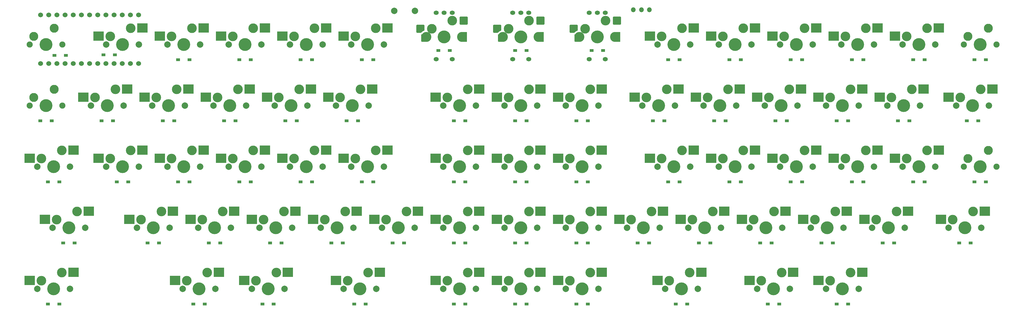
<source format=gbr>
G04 #@! TF.GenerationSoftware,KiCad,Pcbnew,(6.0.11-0)*
G04 #@! TF.CreationDate,2023-10-02T19:13:40+09:00*
G04 #@! TF.ProjectId,clavis,636c6176-6973-42e6-9b69-6361645f7063,rev?*
G04 #@! TF.SameCoordinates,Original*
G04 #@! TF.FileFunction,Soldermask,Bot*
G04 #@! TF.FilePolarity,Negative*
%FSLAX46Y46*%
G04 Gerber Fmt 4.6, Leading zero omitted, Abs format (unit mm)*
G04 Created by KiCad (PCBNEW (6.0.11-0)) date 2023-10-02 19:13:40*
%MOMM*%
%LPD*%
G01*
G04 APERTURE LIST*
G04 Aperture macros list*
%AMRoundRect*
0 Rectangle with rounded corners*
0 $1 Rounding radius*
0 $2 $3 $4 $5 $6 $7 $8 $9 X,Y pos of 4 corners*
0 Add a 4 corners polygon primitive as box body*
4,1,4,$2,$3,$4,$5,$6,$7,$8,$9,$2,$3,0*
0 Add four circle primitives for the rounded corners*
1,1,$1+$1,$2,$3*
1,1,$1+$1,$4,$5*
1,1,$1+$1,$6,$7*
1,1,$1+$1,$8,$9*
0 Add four rect primitives between the rounded corners*
20,1,$1+$1,$2,$3,$4,$5,0*
20,1,$1+$1,$4,$5,$6,$7,0*
20,1,$1+$1,$6,$7,$8,$9,0*
20,1,$1+$1,$8,$9,$2,$3,0*%
%AMFreePoly0*
4,1,22,1.150000,1.217000,1.242000,1.125000,1.275000,1.000000,1.275000,-0.378000,1.255000,-0.477000,1.196000,-0.560000,1.110000,-0.613000,0.807000,-0.752000,0.530000,-0.939000,0.287000,-1.167000,0.203000,-1.228000,0.102000,-1.250000,-1.025000,-1.250000,-1.150000,-1.217000,-1.242000,-1.125000,-1.275000,-1.000000,-1.275000,1.000000,-1.242000,1.125000,-1.150000,1.217000,-1.025000,1.250000,
1.025000,1.250000,1.150000,1.217000,1.150000,1.217000,$1*%
G04 Aperture macros list end*
%ADD10C,2.000000*%
%ADD11C,4.000000*%
%ADD12C,3.000000*%
%ADD13R,3.300000X3.000000*%
%ADD14C,1.900000*%
%ADD15C,2.800000*%
%ADD16R,1.300000X0.950000*%
%ADD17O,1.500000X1.500000*%
%ADD18O,1.600000X1.300000*%
%ADD19RoundRect,0.249600X-0.550400X-1.300400X0.550400X-1.300400X0.550400X1.300400X-0.550400X1.300400X0*%
%ADD20C,3.100000*%
%ADD21RoundRect,0.249600X-0.550400X-0.900400X0.550400X-0.900400X0.550400X0.900400X-0.550400X0.900400X0*%
%ADD22RoundRect,0.250000X-1.025000X-1.000000X1.025000X-1.000000X1.025000X1.000000X-1.025000X1.000000X0*%
%ADD23FreePoly0,0.000000*%
%ADD24C,1.524000*%
G04 APERTURE END LIST*
D10*
X44926300Y-69056200D03*
X55086300Y-69056200D03*
D11*
X50006300Y-69056200D03*
D12*
X46196300Y-66516200D03*
X52546300Y-63976200D03*
D13*
X42556300Y-66476200D03*
X56156300Y-63936200D03*
D10*
X74136300Y-30956200D03*
X63976300Y-30956200D03*
D12*
X71596300Y-25876200D03*
D11*
X69056300Y-30956200D03*
D12*
X65246300Y-28416200D03*
D13*
X61606300Y-28376200D03*
X75206300Y-25836200D03*
D10*
X33655000Y-69056200D03*
D11*
X28575000Y-69056200D03*
D12*
X24765000Y-66516200D03*
D10*
X23495000Y-69056200D03*
D12*
X31115000Y-63976200D03*
D13*
X21125000Y-66476200D03*
X34725000Y-63936200D03*
D11*
X26193800Y-50006200D03*
D14*
X31273800Y-50006200D03*
X21113800Y-50006200D03*
D15*
X22383800Y-47466200D03*
X28733800Y-44926200D03*
D10*
X38417500Y-88106200D03*
D12*
X35877500Y-83026200D03*
X29527500Y-85566200D03*
D11*
X33337500Y-88106200D03*
D10*
X28257500Y-88106200D03*
D13*
X25887500Y-85526200D03*
X39487500Y-82986200D03*
D10*
X78898800Y-107156200D03*
D11*
X73818800Y-107156200D03*
D12*
X76358800Y-102076200D03*
D10*
X68738800Y-107156200D03*
D12*
X70008800Y-104616200D03*
D13*
X66368800Y-104576200D03*
X79968800Y-102036200D03*
D12*
X62071300Y-83026200D03*
D10*
X54451300Y-88106200D03*
D12*
X55721300Y-85566200D03*
D11*
X59531300Y-88106200D03*
D10*
X64611300Y-88106200D03*
D13*
X52081300Y-85526200D03*
X65681300Y-82986200D03*
D10*
X69373800Y-50006200D03*
D11*
X64293800Y-50006200D03*
D12*
X66833800Y-44926200D03*
D10*
X59213800Y-50006200D03*
D12*
X60483800Y-47466200D03*
D13*
X56843800Y-47426200D03*
X70443800Y-44886200D03*
D10*
X83026300Y-30956200D03*
D12*
X84296300Y-28416200D03*
D11*
X88106300Y-30956200D03*
D12*
X90646300Y-25876200D03*
D10*
X93186300Y-30956200D03*
D13*
X80656300Y-28376200D03*
X94256300Y-25836200D03*
D10*
X63976300Y-69056200D03*
D12*
X71596300Y-63976200D03*
X65246300Y-66516200D03*
D10*
X74136300Y-69056200D03*
D11*
X69056300Y-69056200D03*
D13*
X61606300Y-66476200D03*
X75206300Y-63936200D03*
D10*
X83661300Y-88106200D03*
X73501300Y-88106200D03*
D12*
X74771300Y-85566200D03*
D11*
X78581300Y-88106200D03*
D12*
X81121300Y-83026200D03*
D13*
X71131300Y-85526200D03*
X84731300Y-82986200D03*
D12*
X85883800Y-44926200D03*
D10*
X88423800Y-50006200D03*
D12*
X79533800Y-47466200D03*
D10*
X78263800Y-50006200D03*
D11*
X83343800Y-50006200D03*
D13*
X75893800Y-47426200D03*
X89493800Y-44886200D03*
D10*
X92551300Y-88106200D03*
X102711300Y-88106200D03*
D12*
X100171300Y-83026200D03*
D11*
X97631300Y-88106200D03*
D12*
X93821300Y-85566200D03*
D13*
X90181300Y-85526200D03*
X103781300Y-82986200D03*
D10*
X112236300Y-30956200D03*
D12*
X103346300Y-28416200D03*
X109696300Y-25876200D03*
D10*
X102076300Y-30956200D03*
D11*
X107156300Y-30956200D03*
D13*
X99706300Y-28376200D03*
X113306300Y-25836200D03*
D11*
X88106300Y-69056200D03*
D12*
X90646300Y-63976200D03*
D10*
X93186300Y-69056200D03*
X83026300Y-69056200D03*
D12*
X84296300Y-66516200D03*
D13*
X80656300Y-66476200D03*
X94256300Y-63936200D03*
D10*
X97313800Y-50006200D03*
D11*
X102393800Y-50006200D03*
D10*
X107473800Y-50006200D03*
D12*
X98583800Y-47466200D03*
X104933800Y-44926200D03*
D13*
X94943800Y-47426200D03*
X108543800Y-44886200D03*
D11*
X126206300Y-30956200D03*
D12*
X128746300Y-25876200D03*
D10*
X121126300Y-30956200D03*
D12*
X122396300Y-28416200D03*
D10*
X131286300Y-30956200D03*
D13*
X118756300Y-28376200D03*
X132356300Y-25836200D03*
D10*
X149701300Y-88106200D03*
D12*
X157321300Y-83026200D03*
X150971300Y-85566200D03*
D10*
X159861300Y-88106200D03*
D11*
X154781300Y-88106200D03*
D13*
X147331300Y-85526200D03*
X160931300Y-82986200D03*
D10*
X112236300Y-69056200D03*
D11*
X107156300Y-69056200D03*
D12*
X109696300Y-63976200D03*
D10*
X102076300Y-69056200D03*
D12*
X103346300Y-66516200D03*
D13*
X99706300Y-66476200D03*
X113306300Y-63936200D03*
D12*
X123983800Y-44926200D03*
X117633800Y-47466200D03*
D10*
X126523800Y-50006200D03*
X116363800Y-50006200D03*
D11*
X121443800Y-50006200D03*
D13*
X113993800Y-47426200D03*
X127593800Y-44886200D03*
D10*
X130651300Y-88106200D03*
X140811300Y-88106200D03*
D12*
X138271300Y-83026200D03*
X131921300Y-85566200D03*
D11*
X135731300Y-88106200D03*
D13*
X128281300Y-85526200D03*
X141881300Y-82986200D03*
D10*
X159861300Y-50006200D03*
D12*
X150971300Y-47466200D03*
X157321300Y-44926200D03*
D10*
X149701300Y-50006200D03*
D11*
X154781300Y-50006200D03*
D13*
X147331300Y-47426200D03*
X160931300Y-44886200D03*
D10*
X159861300Y-69056200D03*
D12*
X157321300Y-63976200D03*
D11*
X154781300Y-69056200D03*
D12*
X150971300Y-66516200D03*
D10*
X149701300Y-69056200D03*
D13*
X147331300Y-66476200D03*
X160931300Y-63936200D03*
D11*
X116681300Y-88106200D03*
D10*
X111601300Y-88106200D03*
X121761300Y-88106200D03*
D12*
X112871300Y-85566200D03*
X119221300Y-83026200D03*
D13*
X109231300Y-85526200D03*
X122831300Y-82986200D03*
D12*
X128746300Y-63976200D03*
D11*
X126206300Y-69056200D03*
D10*
X131286300Y-69056200D03*
X121126300Y-69056200D03*
D12*
X122396300Y-66516200D03*
D13*
X118756300Y-66476200D03*
X132356300Y-63936200D03*
D12*
X189071300Y-66516200D03*
X195421300Y-63976200D03*
D10*
X197961300Y-69056200D03*
D11*
X192881300Y-69056200D03*
D10*
X187801300Y-69056200D03*
D13*
X185431300Y-66476200D03*
X199031300Y-63936200D03*
D12*
X176371300Y-83026200D03*
D11*
X173831300Y-88106200D03*
D10*
X168751300Y-88106200D03*
D12*
X170021300Y-85566200D03*
D10*
X178911300Y-88106200D03*
D13*
X166381300Y-85526200D03*
X179981300Y-82986200D03*
D11*
X240506300Y-30956200D03*
D12*
X243046300Y-25876200D03*
D10*
X235426300Y-30956200D03*
X245586300Y-30956200D03*
D12*
X236696300Y-28416200D03*
D13*
X233056300Y-28376200D03*
X246656300Y-25836200D03*
D12*
X262096300Y-63976200D03*
X255746300Y-66516200D03*
D10*
X264636300Y-69056200D03*
X254476300Y-69056200D03*
D11*
X259556300Y-69056200D03*
D13*
X252106300Y-66476200D03*
X265706300Y-63936200D03*
D11*
X173831300Y-69056200D03*
D12*
X176371300Y-63976200D03*
X170021300Y-66516200D03*
D10*
X178911300Y-69056200D03*
X168751300Y-69056200D03*
D13*
X166381300Y-66476200D03*
X179981300Y-63936200D03*
D12*
X274796300Y-28416200D03*
D10*
X273526300Y-30956200D03*
D11*
X278606300Y-30956200D03*
D12*
X281146300Y-25876200D03*
D10*
X283686300Y-30956200D03*
D13*
X271156300Y-28376200D03*
X284756300Y-25836200D03*
D11*
X192881300Y-88106200D03*
D10*
X187801300Y-88106200D03*
D12*
X189071300Y-85566200D03*
D10*
X197961300Y-88106200D03*
D12*
X195421300Y-83026200D03*
D13*
X185431300Y-85526200D03*
X199031300Y-82986200D03*
D12*
X176371300Y-44926200D03*
D11*
X173831300Y-50006200D03*
D12*
X170021300Y-47466200D03*
D10*
X178911300Y-50006200D03*
X168751300Y-50006200D03*
D13*
X166381300Y-47426200D03*
X179981300Y-44886200D03*
D11*
X269081300Y-88106200D03*
D10*
X274161300Y-88106200D03*
X264001300Y-88106200D03*
D12*
X271621300Y-83026200D03*
X265271300Y-85566200D03*
D13*
X261631300Y-85526200D03*
X275231300Y-82986200D03*
D10*
X197961300Y-50006200D03*
D12*
X189071300Y-47466200D03*
X195421300Y-44926200D03*
D11*
X192881300Y-50006200D03*
D10*
X187801300Y-50006200D03*
D13*
X185431300Y-47426200D03*
X199031300Y-44886200D03*
D11*
X311943800Y-88106200D03*
D10*
X306863800Y-88106200D03*
X317023800Y-88106200D03*
D12*
X308133800Y-85566200D03*
X314483800Y-83026200D03*
D13*
X304493800Y-85526200D03*
X318093800Y-82986200D03*
D12*
X270033800Y-47466200D03*
D10*
X268763800Y-50006200D03*
D11*
X273843800Y-50006200D03*
D12*
X276383800Y-44926200D03*
D10*
X278923800Y-50006200D03*
D13*
X266393800Y-47426200D03*
X279993800Y-44886200D03*
D12*
X300196300Y-25876200D03*
D10*
X292576300Y-30956200D03*
X302736300Y-30956200D03*
D11*
X297656300Y-30956200D03*
D12*
X293846300Y-28416200D03*
D13*
X290206300Y-28376200D03*
X303806300Y-25836200D03*
D12*
X281146300Y-63976200D03*
D10*
X283686300Y-69056200D03*
X273526300Y-69056200D03*
D11*
X278606300Y-69056200D03*
D12*
X274796300Y-66516200D03*
D13*
X271156300Y-66476200D03*
X284756300Y-63936200D03*
D12*
X284321300Y-85566200D03*
D10*
X283051300Y-88106200D03*
D12*
X290671300Y-83026200D03*
D11*
X288131300Y-88106200D03*
D10*
X293211300Y-88106200D03*
D13*
X280681300Y-85526200D03*
X294281300Y-82986200D03*
D14*
X321786300Y-69056200D03*
D11*
X316706300Y-69056200D03*
D14*
X311626300Y-69056200D03*
D15*
X312896300Y-66516200D03*
X319246300Y-63976200D03*
D12*
X300196300Y-63976200D03*
D10*
X302736300Y-69056200D03*
D11*
X297656300Y-69056200D03*
D12*
X293846300Y-66516200D03*
D10*
X292576300Y-69056200D03*
D13*
X290206300Y-66476200D03*
X303806300Y-63936200D03*
D12*
X289083800Y-47466200D03*
D10*
X297973800Y-50006200D03*
D11*
X292893800Y-50006200D03*
D10*
X287813800Y-50006200D03*
D12*
X295433800Y-44926200D03*
D13*
X285443800Y-47426200D03*
X299043800Y-44886200D03*
D10*
X259873800Y-50006200D03*
D12*
X257333800Y-44926200D03*
D10*
X249713800Y-50006200D03*
D11*
X254793800Y-50006200D03*
D12*
X250983800Y-47466200D03*
D13*
X247343800Y-47426200D03*
X260943800Y-44886200D03*
D11*
X211931300Y-88106200D03*
D12*
X214471300Y-83026200D03*
D10*
X217011300Y-88106200D03*
X206851300Y-88106200D03*
D12*
X208121300Y-85566200D03*
D13*
X204481300Y-85526200D03*
X218081300Y-82986200D03*
D10*
X319405000Y-50006250D03*
D12*
X316865000Y-44926250D03*
D10*
X309245000Y-50006250D03*
D12*
X310515000Y-47466250D03*
D11*
X314325000Y-50006250D03*
D13*
X306875000Y-47426250D03*
X320475000Y-44886250D03*
D12*
X157321300Y-102076200D03*
D11*
X154781300Y-107156200D03*
D12*
X150971300Y-104616200D03*
D10*
X149701300Y-107156200D03*
X159861300Y-107156200D03*
D13*
X147331300Y-104576200D03*
X160931300Y-102036200D03*
D10*
X168751300Y-107156200D03*
D12*
X176371300Y-102076200D03*
D11*
X173831300Y-107156200D03*
D10*
X178911300Y-107156200D03*
D12*
X170021300Y-104616200D03*
D13*
X166381300Y-104576200D03*
X179981300Y-102036200D03*
D12*
X195421300Y-102076200D03*
D10*
X197961300Y-107156200D03*
D12*
X189071300Y-104616200D03*
D11*
X192881300Y-107156200D03*
D10*
X187801300Y-107156200D03*
D13*
X185431300Y-104576200D03*
X199031300Y-102036200D03*
D16*
X81568800Y-54768700D03*
X85118800Y-54768700D03*
X105381300Y-35718700D03*
X108931300Y-35718700D03*
X114906300Y-92868700D03*
X118456300Y-92868700D03*
X119668800Y-54768700D03*
X123218800Y-54768700D03*
X280381300Y-73818700D03*
X276831300Y-73818700D03*
X313718800Y-92868700D03*
X310168800Y-92868700D03*
X95856300Y-92868700D03*
X99406300Y-92868700D03*
X172056300Y-92868700D03*
X175606300Y-92868700D03*
X124431300Y-35718700D03*
X127981300Y-35718700D03*
D14*
X21113800Y-30956200D03*
X31273800Y-30956200D03*
D11*
X26193800Y-30956200D03*
D15*
X22383800Y-28416200D03*
X28733800Y-25876200D03*
D16*
X148243800Y-32858000D03*
X151793800Y-32858000D03*
D10*
X264636300Y-30956200D03*
D11*
X259556300Y-30956200D03*
D12*
X262096300Y-25876200D03*
D10*
X254476300Y-30956200D03*
D12*
X255746300Y-28416200D03*
D13*
X252106300Y-28376200D03*
X265706300Y-25836200D03*
D17*
X211364000Y-20140200D03*
X213864000Y-20140200D03*
X208864000Y-20140200D03*
D16*
X86331300Y-73818700D03*
X89881300Y-73818700D03*
X26800000Y-73818700D03*
X30350000Y-73818700D03*
X31562500Y-92868700D03*
X35112500Y-92868700D03*
X270856300Y-92868700D03*
X267306300Y-92868700D03*
X194656300Y-92868700D03*
X191106300Y-92868700D03*
X100618800Y-54768700D03*
X104168800Y-54768700D03*
X172056300Y-111918700D03*
X175606300Y-111918700D03*
D11*
X250031300Y-88106200D03*
D12*
X246221300Y-85566200D03*
D10*
X244951300Y-88106200D03*
X255111300Y-88106200D03*
D12*
X252571300Y-83026200D03*
D13*
X242581300Y-85526200D03*
X256181300Y-82986200D03*
D16*
X242281300Y-73818700D03*
X238731300Y-73818700D03*
D10*
X225901300Y-88106200D03*
D12*
X227171300Y-85566200D03*
D11*
X230981300Y-88106200D03*
D12*
X233521300Y-83026200D03*
D10*
X236061300Y-88106200D03*
D13*
X223531300Y-85526200D03*
X237131300Y-82986200D03*
D16*
X122050000Y-111918700D03*
X125600000Y-111918700D03*
X237518800Y-54768700D03*
X233968800Y-54768700D03*
X218468800Y-54768700D03*
X214918800Y-54768700D03*
D11*
X197643800Y-28575000D03*
D12*
X200183800Y-23495000D03*
X193833800Y-26035000D03*
D18*
X200143800Y-21075000D03*
X195143800Y-21075000D03*
X197643800Y-21075000D03*
D19*
X203993800Y-28575000D03*
D20*
X203193800Y-28575000D03*
X192093800Y-28575000D03*
D21*
X191293800Y-28975000D03*
D18*
X200143800Y-35575000D03*
D22*
X203733800Y-23495000D03*
D18*
X195143800Y-35575000D03*
D23*
X190283800Y-26035000D03*
D16*
X67281300Y-35718700D03*
X70831300Y-35718700D03*
X280381300Y-35718700D03*
X276831300Y-35718700D03*
D11*
X50006300Y-30956200D03*
D10*
X44926300Y-30956200D03*
X55086300Y-30956200D03*
D12*
X46196300Y-28416200D03*
X52546300Y-25876200D03*
D13*
X42556300Y-28376200D03*
X56156300Y-25836200D03*
D16*
X299431300Y-35718700D03*
X295881300Y-35718700D03*
D12*
X152558800Y-23495000D03*
X146208800Y-26035000D03*
D11*
X150018800Y-28575000D03*
D18*
X152518800Y-21075000D03*
X147518800Y-21075000D03*
X150018800Y-21075000D03*
D21*
X143668800Y-28975000D03*
D20*
X144468800Y-28575000D03*
D19*
X156368800Y-28575000D03*
D20*
X155568800Y-28575000D03*
D18*
X152518800Y-35575000D03*
D22*
X156108800Y-23495000D03*
D18*
X147518800Y-35575000D03*
D23*
X142658800Y-26035000D03*
D16*
X175606300Y-32846700D03*
X172056300Y-32846700D03*
D12*
X276383800Y-102076200D03*
D10*
X268763800Y-107156200D03*
D12*
X270033800Y-104616200D03*
D10*
X278923800Y-107156200D03*
D11*
X273843800Y-107156200D03*
D13*
X266393800Y-104576200D03*
X279993800Y-102036200D03*
D16*
X275618800Y-111918700D03*
X272068800Y-111918700D03*
X175606300Y-73818700D03*
X172056300Y-73818700D03*
X105381300Y-73818700D03*
X108931300Y-73818700D03*
D12*
X217646300Y-28416200D03*
D11*
X221456300Y-30956200D03*
D10*
X226536300Y-30956200D03*
X216376300Y-30956200D03*
D12*
X223996300Y-25876200D03*
D13*
X214006300Y-28376200D03*
X227606300Y-25836200D03*
D16*
X261331300Y-73818700D03*
X257781300Y-73818700D03*
X153006300Y-111918700D03*
X156556300Y-111918700D03*
X62518800Y-54768700D03*
X66068800Y-54768700D03*
D11*
X316706300Y-30956200D03*
D14*
X321786300Y-30956200D03*
X311626300Y-30956200D03*
D15*
X312896300Y-28416200D03*
X319246300Y-25876200D03*
D16*
X261331300Y-35718700D03*
X257781300Y-35718700D03*
X26800000Y-111918700D03*
X30350000Y-111918700D03*
X124431300Y-73818700D03*
X127981300Y-73818700D03*
X256568800Y-54768700D03*
X253018800Y-54768700D03*
X133956300Y-92868700D03*
X137506300Y-92868700D03*
X318481300Y-73818700D03*
X314931300Y-73818700D03*
D12*
X220027500Y-104616200D03*
X226377500Y-102076200D03*
D10*
X218757500Y-107156200D03*
X228917500Y-107156200D03*
D11*
X223837500Y-107156200D03*
D13*
X216387500Y-104576200D03*
X229987500Y-102036200D03*
D16*
X251806300Y-92868700D03*
X248256300Y-92868700D03*
X57756300Y-92868700D03*
X61306300Y-92868700D03*
X294668800Y-54768700D03*
X291118800Y-54768700D03*
X43468800Y-54768700D03*
X47018800Y-54768700D03*
D10*
X235426300Y-69056200D03*
D12*
X236696300Y-66516200D03*
D11*
X240506300Y-69056200D03*
D12*
X243046300Y-63976200D03*
D10*
X245586300Y-69056200D03*
D13*
X233056300Y-66476200D03*
X246656300Y-63936200D03*
D16*
X289906300Y-92868700D03*
X286356300Y-92868700D03*
D10*
X140958100Y-20488700D03*
X134458100Y-20488700D03*
D12*
X212883800Y-47466200D03*
X219233800Y-44926200D03*
D10*
X221773800Y-50006200D03*
D11*
X216693800Y-50006200D03*
D10*
X211613800Y-50006200D03*
D13*
X209243800Y-47426200D03*
X222843800Y-44886200D03*
D16*
X194656300Y-73818700D03*
X191106300Y-73818700D03*
X299431300Y-73818700D03*
X295881300Y-73818700D03*
X199418800Y-32860000D03*
X195868800Y-32860000D03*
X223231300Y-73818700D03*
X219681300Y-73818700D03*
X194656300Y-54768700D03*
X191106300Y-54768700D03*
X153006300Y-73818700D03*
X156556300Y-73818700D03*
D11*
X252412500Y-107156200D03*
D12*
X254952500Y-102076200D03*
D10*
X257492500Y-107156200D03*
X247332500Y-107156200D03*
D12*
X248602500Y-104616200D03*
D13*
X244962500Y-104576200D03*
X258562500Y-102036200D03*
D16*
X48231300Y-73818700D03*
X51781300Y-73818700D03*
X24418800Y-54768700D03*
X27968800Y-54768700D03*
X225612500Y-111918700D03*
X222062500Y-111918700D03*
X72043800Y-111918700D03*
X75593800Y-111918700D03*
X223231300Y-35718700D03*
X219681300Y-35718700D03*
X318481300Y-35718700D03*
X314931300Y-35718700D03*
X93475000Y-111918700D03*
X97025000Y-111918700D03*
X67281300Y-73818700D03*
X70831300Y-73818700D03*
X86331300Y-35718700D03*
X89881300Y-35718700D03*
D12*
X41433800Y-47466200D03*
X47783800Y-44926200D03*
D11*
X45243800Y-50006200D03*
D10*
X40163800Y-50006200D03*
X50323800Y-50006200D03*
D13*
X37793800Y-47426200D03*
X51393800Y-44886200D03*
D16*
X316100000Y-54768700D03*
X312550000Y-54768700D03*
X175606300Y-54768700D03*
X172056300Y-54768700D03*
D12*
X217646300Y-66516200D03*
D10*
X226536300Y-69056200D03*
D12*
X223996300Y-63976200D03*
D11*
X221456300Y-69056200D03*
D10*
X216376300Y-69056200D03*
D13*
X214006300Y-66476200D03*
X227606300Y-63936200D03*
D16*
X194656300Y-111918700D03*
X191106300Y-111918700D03*
X213706300Y-92868700D03*
X210156300Y-92868700D03*
D11*
X235743800Y-50006200D03*
D12*
X238283800Y-44926200D03*
D10*
X240823800Y-50006200D03*
D12*
X231933800Y-47466200D03*
D10*
X230663800Y-50006200D03*
D13*
X228293800Y-47426200D03*
X241893800Y-44886200D03*
D16*
X254187500Y-111918700D03*
X250637500Y-111918700D03*
D10*
X128905000Y-107156200D03*
D12*
X126365000Y-102076200D03*
X120015000Y-104616200D03*
D10*
X118745000Y-107156200D03*
D11*
X123825000Y-107156200D03*
D13*
X116375000Y-104576200D03*
X129975000Y-102036200D03*
D16*
X76806300Y-92868700D03*
X80356300Y-92868700D03*
X232756300Y-92868700D03*
X229206300Y-92868700D03*
D24*
X52464000Y-21721500D03*
X49924000Y-21721500D03*
X47384000Y-21721500D03*
X44844000Y-21721500D03*
X42304000Y-21721500D03*
X39764000Y-21721500D03*
X37224000Y-21721500D03*
X34684000Y-21721500D03*
X32144000Y-21721500D03*
X29604000Y-21721500D03*
X27064000Y-21721500D03*
X24524000Y-21721500D03*
X24524000Y-36941500D03*
X27064000Y-36941500D03*
X29604000Y-36941500D03*
X32144000Y-36941500D03*
X34684000Y-36941500D03*
X37224000Y-36941500D03*
X39764000Y-36941500D03*
X42304000Y-36941500D03*
X44844000Y-36941500D03*
X47384000Y-36941500D03*
X49924000Y-36941500D03*
X52464000Y-36941500D03*
X55004000Y-36941500D03*
X55004000Y-21721500D03*
D16*
X242281300Y-35718700D03*
X238731300Y-35718700D03*
X153006300Y-92868700D03*
X156556300Y-92868700D03*
X275618800Y-54768700D03*
X272068800Y-54768700D03*
X153006300Y-54768700D03*
X156556300Y-54768700D03*
D10*
X90170000Y-107156200D03*
D12*
X97790000Y-102076200D03*
D11*
X95250000Y-107156200D03*
D10*
X100330000Y-107156200D03*
D12*
X91440000Y-104616200D03*
D13*
X87800000Y-104576200D03*
X101400000Y-102036200D03*
D10*
X23495000Y-107156200D03*
D12*
X24765000Y-104616200D03*
D10*
X33655000Y-107156200D03*
D11*
X28575000Y-107156200D03*
D12*
X31115000Y-102076200D03*
D13*
X21125000Y-104576200D03*
X34725000Y-102036200D03*
D12*
X176371300Y-23495000D03*
D11*
X173831300Y-28575000D03*
D12*
X170021300Y-26035000D03*
D18*
X176331300Y-21075000D03*
X171331300Y-21075000D03*
X173831300Y-21075000D03*
D19*
X180181300Y-28575000D03*
D20*
X168281300Y-28575000D03*
D21*
X167481300Y-28975000D03*
D20*
X179381300Y-28575000D03*
D22*
X179921300Y-23495000D03*
D18*
X176331300Y-35575000D03*
X171331300Y-35575000D03*
D23*
X166471300Y-26035000D03*
D16*
X28830800Y-34347300D03*
X32380800Y-34347300D03*
X44077400Y-34218700D03*
X47627400Y-34218700D03*
M02*

</source>
